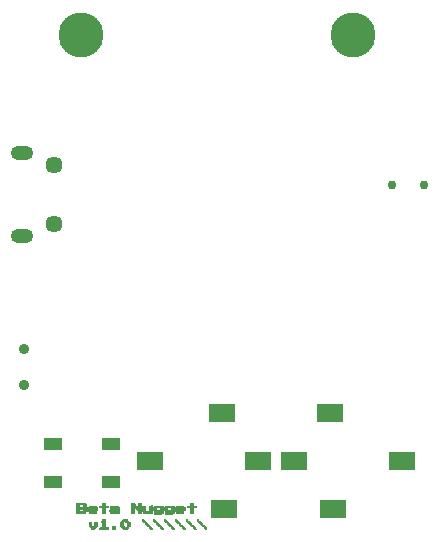
<source format=gts>
G04 #@! TF.GenerationSoftware,KiCad,Pcbnew,5.1.10-88a1d61d58~90~ubuntu20.04.1*
G04 #@! TF.CreationDate,2021-12-07T21:06:44-07:00*
G04 #@! TF.ProjectId,v1.0-Beta-WiFi-Nugget,76312e30-2d42-4657-9461-2d576946692d,rev?*
G04 #@! TF.SameCoordinates,Original*
G04 #@! TF.FileFunction,Soldermask,Top*
G04 #@! TF.FilePolarity,Negative*
%FSLAX46Y46*%
G04 Gerber Fmt 4.6, Leading zero omitted, Abs format (unit mm)*
G04 Created by KiCad (PCBNEW 5.1.10-88a1d61d58~90~ubuntu20.04.1) date 2021-12-07 21:06:44*
%MOMM*%
%LPD*%
G01*
G04 APERTURE LIST*
%ADD10C,0.010000*%
%ADD11R,1.500000X1.000000*%
%ADD12R,2.180000X1.600000*%
%ADD13C,3.800000*%
%ADD14O,1.900000X1.200000*%
%ADD15C,1.450000*%
%ADD16C,0.750000*%
%ADD17C,0.900000*%
G04 APERTURE END LIST*
D10*
G36*
X-10181166Y-20911610D02*
G01*
X-10181582Y-21002090D01*
X-10184325Y-21058360D01*
X-10191639Y-21088545D01*
X-10205769Y-21100769D01*
X-10228958Y-21103155D01*
X-10234083Y-21103167D01*
X-10274364Y-21111909D01*
X-10286776Y-21146331D01*
X-10287000Y-21156083D01*
X-10293834Y-21193901D01*
X-10322886Y-21207736D01*
X-10350500Y-21209000D01*
X-10395477Y-21214245D01*
X-10412054Y-21238985D01*
X-10414000Y-21272500D01*
X-10415955Y-21308802D01*
X-10428766Y-21327697D01*
X-10462853Y-21334868D01*
X-10528636Y-21336000D01*
X-10530416Y-21336000D01*
X-10596970Y-21334934D01*
X-10631611Y-21327946D01*
X-10644758Y-21309353D01*
X-10646833Y-21273471D01*
X-10646833Y-21272500D01*
X-10652078Y-21227523D01*
X-10676818Y-21210945D01*
X-10710333Y-21209000D01*
X-10755715Y-21203305D01*
X-10772317Y-21179095D01*
X-10773833Y-21156083D01*
X-10782576Y-21115803D01*
X-10816998Y-21103390D01*
X-10826750Y-21103167D01*
X-10851800Y-21101650D01*
X-10867353Y-21091668D01*
X-10875673Y-21065076D01*
X-10879022Y-21013726D01*
X-10879664Y-20929472D01*
X-10879666Y-20912667D01*
X-10879666Y-20722167D01*
X-10646833Y-20722167D01*
X-10646833Y-21082000D01*
X-10436879Y-21082000D01*
X-10424583Y-20732750D01*
X-10302875Y-20726402D01*
X-10181166Y-20720054D01*
X-10181166Y-20911610D01*
G37*
X-10181166Y-20911610D02*
X-10181582Y-21002090D01*
X-10184325Y-21058360D01*
X-10191639Y-21088545D01*
X-10205769Y-21100769D01*
X-10228958Y-21103155D01*
X-10234083Y-21103167D01*
X-10274364Y-21111909D01*
X-10286776Y-21146331D01*
X-10287000Y-21156083D01*
X-10293834Y-21193901D01*
X-10322886Y-21207736D01*
X-10350500Y-21209000D01*
X-10395477Y-21214245D01*
X-10412054Y-21238985D01*
X-10414000Y-21272500D01*
X-10415955Y-21308802D01*
X-10428766Y-21327697D01*
X-10462853Y-21334868D01*
X-10528636Y-21336000D01*
X-10530416Y-21336000D01*
X-10596970Y-21334934D01*
X-10631611Y-21327946D01*
X-10644758Y-21309353D01*
X-10646833Y-21273471D01*
X-10646833Y-21272500D01*
X-10652078Y-21227523D01*
X-10676818Y-21210945D01*
X-10710333Y-21209000D01*
X-10755715Y-21203305D01*
X-10772317Y-21179095D01*
X-10773833Y-21156083D01*
X-10782576Y-21115803D01*
X-10816998Y-21103390D01*
X-10826750Y-21103167D01*
X-10851800Y-21101650D01*
X-10867353Y-21091668D01*
X-10875673Y-21065076D01*
X-10879022Y-21013726D01*
X-10879664Y-20929472D01*
X-10879666Y-20912667D01*
X-10879666Y-20722167D01*
X-10646833Y-20722167D01*
X-10646833Y-21082000D01*
X-10436879Y-21082000D01*
X-10424583Y-20732750D01*
X-10302875Y-20726402D01*
X-10181166Y-20720054D01*
X-10181166Y-20911610D01*
G36*
X-9482666Y-21187833D02*
G01*
X-9249833Y-21187833D01*
X-9249833Y-21336000D01*
X-9972182Y-21336000D01*
X-9965549Y-21267208D01*
X-9959359Y-21227049D01*
X-9943287Y-21205833D01*
X-9906028Y-21196342D01*
X-9847791Y-21192019D01*
X-9736666Y-21185621D01*
X-9736666Y-20743333D01*
X-9789583Y-20743333D01*
X-9827401Y-20736499D01*
X-9841236Y-20707447D01*
X-9842500Y-20679833D01*
X-9836718Y-20634363D01*
X-9812519Y-20617766D01*
X-9790989Y-20616333D01*
X-9751152Y-20606600D01*
X-9734372Y-20569559D01*
X-9732781Y-20558125D01*
X-9726038Y-20525137D01*
X-9708349Y-20506921D01*
X-9668969Y-20498075D01*
X-9604375Y-20493569D01*
X-9482666Y-20487221D01*
X-9482666Y-21187833D01*
G37*
X-9482666Y-21187833D02*
X-9249833Y-21187833D01*
X-9249833Y-21336000D01*
X-9972182Y-21336000D01*
X-9965549Y-21267208D01*
X-9959359Y-21227049D01*
X-9943287Y-21205833D01*
X-9906028Y-21196342D01*
X-9847791Y-21192019D01*
X-9736666Y-21185621D01*
X-9736666Y-20743333D01*
X-9789583Y-20743333D01*
X-9827401Y-20736499D01*
X-9841236Y-20707447D01*
X-9842500Y-20679833D01*
X-9836718Y-20634363D01*
X-9812519Y-20617766D01*
X-9790989Y-20616333D01*
X-9751152Y-20606600D01*
X-9734372Y-20569559D01*
X-9732781Y-20558125D01*
X-9726038Y-20525137D01*
X-9708349Y-20506921D01*
X-9668969Y-20498075D01*
X-9604375Y-20493569D01*
X-9482666Y-20487221D01*
X-9482666Y-21187833D01*
G36*
X-8657166Y-21336000D02*
G01*
X-8911166Y-21336000D01*
X-8911166Y-21082000D01*
X-8657166Y-21082000D01*
X-8657166Y-21336000D01*
G37*
X-8657166Y-21336000D02*
X-8911166Y-21336000D01*
X-8911166Y-21082000D01*
X-8657166Y-21082000D01*
X-8657166Y-21336000D01*
G36*
X-7623886Y-20558125D02*
G01*
X-7610238Y-20601876D01*
X-7575832Y-20616022D01*
X-7565677Y-20616333D01*
X-7526367Y-20625418D01*
X-7514340Y-20660669D01*
X-7514166Y-20669250D01*
X-7507332Y-20707068D01*
X-7478280Y-20720903D01*
X-7450666Y-20722167D01*
X-7387166Y-20722167D01*
X-7387166Y-21103167D01*
X-7450666Y-21103167D01*
X-7496048Y-21108862D01*
X-7512650Y-21133072D01*
X-7514166Y-21156083D01*
X-7522909Y-21196364D01*
X-7557331Y-21208776D01*
X-7567083Y-21209000D01*
X-7604901Y-21215834D01*
X-7618736Y-21244886D01*
X-7620000Y-21272500D01*
X-7620000Y-21336000D01*
X-8001000Y-21336000D01*
X-8001000Y-21272500D01*
X-8006695Y-21227118D01*
X-8030905Y-21210516D01*
X-8053916Y-21209000D01*
X-8094299Y-21200157D01*
X-8106655Y-21165842D01*
X-8106833Y-21157489D01*
X-8116567Y-21117652D01*
X-8153607Y-21100872D01*
X-8165041Y-21099281D01*
X-8223250Y-21092583D01*
X-8223250Y-20732750D01*
X-8165041Y-20726052D01*
X-8121290Y-20712405D01*
X-8107145Y-20677999D01*
X-8106833Y-20667844D01*
X-8099642Y-20637500D01*
X-7979833Y-20637500D01*
X-7979833Y-21082000D01*
X-7916333Y-21082000D01*
X-7870951Y-21087695D01*
X-7854350Y-21111905D01*
X-7852833Y-21134917D01*
X-7849402Y-21166322D01*
X-7831891Y-21181989D01*
X-7789473Y-21187332D01*
X-7747000Y-21187833D01*
X-7641166Y-21187833D01*
X-7641166Y-20743333D01*
X-7704666Y-20743333D01*
X-7750048Y-20737638D01*
X-7766650Y-20713428D01*
X-7768166Y-20690417D01*
X-7771598Y-20659011D01*
X-7789109Y-20643344D01*
X-7831526Y-20638001D01*
X-7874000Y-20637500D01*
X-7979833Y-20637500D01*
X-8099642Y-20637500D01*
X-8097433Y-20628182D01*
X-8061418Y-20616426D01*
X-8055322Y-20616333D01*
X-8015485Y-20606600D01*
X-7998705Y-20569559D01*
X-7997114Y-20558125D01*
X-7990416Y-20499917D01*
X-7630583Y-20499917D01*
X-7623886Y-20558125D01*
G37*
X-7623886Y-20558125D02*
X-7610238Y-20601876D01*
X-7575832Y-20616022D01*
X-7565677Y-20616333D01*
X-7526367Y-20625418D01*
X-7514340Y-20660669D01*
X-7514166Y-20669250D01*
X-7507332Y-20707068D01*
X-7478280Y-20720903D01*
X-7450666Y-20722167D01*
X-7387166Y-20722167D01*
X-7387166Y-21103167D01*
X-7450666Y-21103167D01*
X-7496048Y-21108862D01*
X-7512650Y-21133072D01*
X-7514166Y-21156083D01*
X-7522909Y-21196364D01*
X-7557331Y-21208776D01*
X-7567083Y-21209000D01*
X-7604901Y-21215834D01*
X-7618736Y-21244886D01*
X-7620000Y-21272500D01*
X-7620000Y-21336000D01*
X-8001000Y-21336000D01*
X-8001000Y-21272500D01*
X-8006695Y-21227118D01*
X-8030905Y-21210516D01*
X-8053916Y-21209000D01*
X-8094299Y-21200157D01*
X-8106655Y-21165842D01*
X-8106833Y-21157489D01*
X-8116567Y-21117652D01*
X-8153607Y-21100872D01*
X-8165041Y-21099281D01*
X-8223250Y-21092583D01*
X-8223250Y-20732750D01*
X-8165041Y-20726052D01*
X-8121290Y-20712405D01*
X-8107145Y-20677999D01*
X-8106833Y-20667844D01*
X-8099642Y-20637500D01*
X-7979833Y-20637500D01*
X-7979833Y-21082000D01*
X-7916333Y-21082000D01*
X-7870951Y-21087695D01*
X-7854350Y-21111905D01*
X-7852833Y-21134917D01*
X-7849402Y-21166322D01*
X-7831891Y-21181989D01*
X-7789473Y-21187332D01*
X-7747000Y-21187833D01*
X-7641166Y-21187833D01*
X-7641166Y-20743333D01*
X-7704666Y-20743333D01*
X-7750048Y-20737638D01*
X-7766650Y-20713428D01*
X-7768166Y-20690417D01*
X-7771598Y-20659011D01*
X-7789109Y-20643344D01*
X-7831526Y-20638001D01*
X-7874000Y-20637500D01*
X-7979833Y-20637500D01*
X-8099642Y-20637500D01*
X-8097433Y-20628182D01*
X-8061418Y-20616426D01*
X-8055322Y-20616333D01*
X-8015485Y-20606600D01*
X-7998705Y-20569559D01*
X-7997114Y-20558125D01*
X-7990416Y-20499917D01*
X-7630583Y-20499917D01*
X-7623886Y-20558125D01*
G36*
X-6302375Y-20493284D02*
G01*
X-6252999Y-20504338D01*
X-6231631Y-20532412D01*
X-6226886Y-20558125D01*
X-6213238Y-20601876D01*
X-6178832Y-20616022D01*
X-6168677Y-20616333D01*
X-6129016Y-20625733D01*
X-6117259Y-20661748D01*
X-6117166Y-20667844D01*
X-6107433Y-20707681D01*
X-6070393Y-20724461D01*
X-6058958Y-20726052D01*
X-6013623Y-20741212D01*
X-5995383Y-20781252D01*
X-5994052Y-20790958D01*
X-5980405Y-20834709D01*
X-5945999Y-20848855D01*
X-5935844Y-20849167D01*
X-5896534Y-20858251D01*
X-5884506Y-20893502D01*
X-5884333Y-20902083D01*
X-5875591Y-20942364D01*
X-5841168Y-20954776D01*
X-5831416Y-20955000D01*
X-5793598Y-20961834D01*
X-5779764Y-20990886D01*
X-5778500Y-21018500D01*
X-5773255Y-21063477D01*
X-5748515Y-21080054D01*
X-5715000Y-21082000D01*
X-5669618Y-21087695D01*
X-5653016Y-21111905D01*
X-5651500Y-21134917D01*
X-5642757Y-21175197D01*
X-5608335Y-21187610D01*
X-5598583Y-21187833D01*
X-5562798Y-21193368D01*
X-5548148Y-21218276D01*
X-5545666Y-21261917D01*
X-5549206Y-21311690D01*
X-5567161Y-21332105D01*
X-5609166Y-21336000D01*
X-5654144Y-21330755D01*
X-5670721Y-21306015D01*
X-5672666Y-21272500D01*
X-5677911Y-21227523D01*
X-5702651Y-21210945D01*
X-5736166Y-21209000D01*
X-5781548Y-21203305D01*
X-5798150Y-21179095D01*
X-5799666Y-21156083D01*
X-5808409Y-21115803D01*
X-5842831Y-21103390D01*
X-5852583Y-21103167D01*
X-5890401Y-21096332D01*
X-5904236Y-21067280D01*
X-5905500Y-21039667D01*
X-5911195Y-20994285D01*
X-5935405Y-20977683D01*
X-5958416Y-20976167D01*
X-5998697Y-20967424D01*
X-6011110Y-20933002D01*
X-6011333Y-20923250D01*
X-6018168Y-20885432D01*
X-6047220Y-20871597D01*
X-6074833Y-20870333D01*
X-6119810Y-20865088D01*
X-6136388Y-20840348D01*
X-6138333Y-20806833D01*
X-6144028Y-20761451D01*
X-6168238Y-20744850D01*
X-6191250Y-20743333D01*
X-6231530Y-20734591D01*
X-6243943Y-20700168D01*
X-6244166Y-20690417D01*
X-6251001Y-20652598D01*
X-6280053Y-20638764D01*
X-6307666Y-20637500D01*
X-6350065Y-20633485D01*
X-6367654Y-20612941D01*
X-6371166Y-20563124D01*
X-6371166Y-20562075D01*
X-6368363Y-20512171D01*
X-6352159Y-20492873D01*
X-6310861Y-20492490D01*
X-6302375Y-20493284D01*
G37*
X-6302375Y-20493284D02*
X-6252999Y-20504338D01*
X-6231631Y-20532412D01*
X-6226886Y-20558125D01*
X-6213238Y-20601876D01*
X-6178832Y-20616022D01*
X-6168677Y-20616333D01*
X-6129016Y-20625733D01*
X-6117259Y-20661748D01*
X-6117166Y-20667844D01*
X-6107433Y-20707681D01*
X-6070393Y-20724461D01*
X-6058958Y-20726052D01*
X-6013623Y-20741212D01*
X-5995383Y-20781252D01*
X-5994052Y-20790958D01*
X-5980405Y-20834709D01*
X-5945999Y-20848855D01*
X-5935844Y-20849167D01*
X-5896534Y-20858251D01*
X-5884506Y-20893502D01*
X-5884333Y-20902083D01*
X-5875591Y-20942364D01*
X-5841168Y-20954776D01*
X-5831416Y-20955000D01*
X-5793598Y-20961834D01*
X-5779764Y-20990886D01*
X-5778500Y-21018500D01*
X-5773255Y-21063477D01*
X-5748515Y-21080054D01*
X-5715000Y-21082000D01*
X-5669618Y-21087695D01*
X-5653016Y-21111905D01*
X-5651500Y-21134917D01*
X-5642757Y-21175197D01*
X-5608335Y-21187610D01*
X-5598583Y-21187833D01*
X-5562798Y-21193368D01*
X-5548148Y-21218276D01*
X-5545666Y-21261917D01*
X-5549206Y-21311690D01*
X-5567161Y-21332105D01*
X-5609166Y-21336000D01*
X-5654144Y-21330755D01*
X-5670721Y-21306015D01*
X-5672666Y-21272500D01*
X-5677911Y-21227523D01*
X-5702651Y-21210945D01*
X-5736166Y-21209000D01*
X-5781548Y-21203305D01*
X-5798150Y-21179095D01*
X-5799666Y-21156083D01*
X-5808409Y-21115803D01*
X-5842831Y-21103390D01*
X-5852583Y-21103167D01*
X-5890401Y-21096332D01*
X-5904236Y-21067280D01*
X-5905500Y-21039667D01*
X-5911195Y-20994285D01*
X-5935405Y-20977683D01*
X-5958416Y-20976167D01*
X-5998697Y-20967424D01*
X-6011110Y-20933002D01*
X-6011333Y-20923250D01*
X-6018168Y-20885432D01*
X-6047220Y-20871597D01*
X-6074833Y-20870333D01*
X-6119810Y-20865088D01*
X-6136388Y-20840348D01*
X-6138333Y-20806833D01*
X-6144028Y-20761451D01*
X-6168238Y-20744850D01*
X-6191250Y-20743333D01*
X-6231530Y-20734591D01*
X-6243943Y-20700168D01*
X-6244166Y-20690417D01*
X-6251001Y-20652598D01*
X-6280053Y-20638764D01*
X-6307666Y-20637500D01*
X-6350065Y-20633485D01*
X-6367654Y-20612941D01*
X-6371166Y-20563124D01*
X-6371166Y-20562075D01*
X-6368363Y-20512171D01*
X-6352159Y-20492873D01*
X-6310861Y-20492490D01*
X-6302375Y-20493284D01*
G36*
X-5331356Y-20494578D02*
G01*
X-5314779Y-20519318D01*
X-5312833Y-20552833D01*
X-5307588Y-20597810D01*
X-5282848Y-20614388D01*
X-5249333Y-20616333D01*
X-5203951Y-20622028D01*
X-5187350Y-20646238D01*
X-5185833Y-20669250D01*
X-5177091Y-20709530D01*
X-5142668Y-20721943D01*
X-5132916Y-20722167D01*
X-5095098Y-20729001D01*
X-5081264Y-20758053D01*
X-5080000Y-20785667D01*
X-5074755Y-20830644D01*
X-5050015Y-20847221D01*
X-5016500Y-20849167D01*
X-4971118Y-20854862D01*
X-4954516Y-20879072D01*
X-4953000Y-20902083D01*
X-4944257Y-20942364D01*
X-4909835Y-20954776D01*
X-4900083Y-20955000D01*
X-4862265Y-20961834D01*
X-4848430Y-20990886D01*
X-4847166Y-21018500D01*
X-4841922Y-21063477D01*
X-4817182Y-21080054D01*
X-4783666Y-21082000D01*
X-4738285Y-21087695D01*
X-4721683Y-21111905D01*
X-4720166Y-21134917D01*
X-4711424Y-21175197D01*
X-4677002Y-21187610D01*
X-4667250Y-21187833D01*
X-4631464Y-21193368D01*
X-4616815Y-21218276D01*
X-4614333Y-21261917D01*
X-4617873Y-21311690D01*
X-4635828Y-21332105D01*
X-4677833Y-21336000D01*
X-4722810Y-21330755D01*
X-4739388Y-21306015D01*
X-4741333Y-21272500D01*
X-4746578Y-21227523D01*
X-4771318Y-21210945D01*
X-4804833Y-21209000D01*
X-4850215Y-21203305D01*
X-4866817Y-21179095D01*
X-4868333Y-21156083D01*
X-4877076Y-21115803D01*
X-4911498Y-21103390D01*
X-4921250Y-21103167D01*
X-4959068Y-21096332D01*
X-4972903Y-21067280D01*
X-4974166Y-21039667D01*
X-4979411Y-20994689D01*
X-5004151Y-20978112D01*
X-5037666Y-20976167D01*
X-5083048Y-20970471D01*
X-5099650Y-20946261D01*
X-5101166Y-20923250D01*
X-5109909Y-20882969D01*
X-5144331Y-20870557D01*
X-5154083Y-20870333D01*
X-5191901Y-20863499D01*
X-5205736Y-20834447D01*
X-5207000Y-20806833D01*
X-5212245Y-20761856D01*
X-5236985Y-20745279D01*
X-5270500Y-20743333D01*
X-5315882Y-20737638D01*
X-5332483Y-20713428D01*
X-5334000Y-20690417D01*
X-5342742Y-20650136D01*
X-5377165Y-20637723D01*
X-5386916Y-20637500D01*
X-5422702Y-20631965D01*
X-5437352Y-20607057D01*
X-5439833Y-20563417D01*
X-5436293Y-20513643D01*
X-5418338Y-20493228D01*
X-5376333Y-20489333D01*
X-5331356Y-20494578D01*
G37*
X-5331356Y-20494578D02*
X-5314779Y-20519318D01*
X-5312833Y-20552833D01*
X-5307588Y-20597810D01*
X-5282848Y-20614388D01*
X-5249333Y-20616333D01*
X-5203951Y-20622028D01*
X-5187350Y-20646238D01*
X-5185833Y-20669250D01*
X-5177091Y-20709530D01*
X-5142668Y-20721943D01*
X-5132916Y-20722167D01*
X-5095098Y-20729001D01*
X-5081264Y-20758053D01*
X-5080000Y-20785667D01*
X-5074755Y-20830644D01*
X-5050015Y-20847221D01*
X-5016500Y-20849167D01*
X-4971118Y-20854862D01*
X-4954516Y-20879072D01*
X-4953000Y-20902083D01*
X-4944257Y-20942364D01*
X-4909835Y-20954776D01*
X-4900083Y-20955000D01*
X-4862265Y-20961834D01*
X-4848430Y-20990886D01*
X-4847166Y-21018500D01*
X-4841922Y-21063477D01*
X-4817182Y-21080054D01*
X-4783666Y-21082000D01*
X-4738285Y-21087695D01*
X-4721683Y-21111905D01*
X-4720166Y-21134917D01*
X-4711424Y-21175197D01*
X-4677002Y-21187610D01*
X-4667250Y-21187833D01*
X-4631464Y-21193368D01*
X-4616815Y-21218276D01*
X-4614333Y-21261917D01*
X-4617873Y-21311690D01*
X-4635828Y-21332105D01*
X-4677833Y-21336000D01*
X-4722810Y-21330755D01*
X-4739388Y-21306015D01*
X-4741333Y-21272500D01*
X-4746578Y-21227523D01*
X-4771318Y-21210945D01*
X-4804833Y-21209000D01*
X-4850215Y-21203305D01*
X-4866817Y-21179095D01*
X-4868333Y-21156083D01*
X-4877076Y-21115803D01*
X-4911498Y-21103390D01*
X-4921250Y-21103167D01*
X-4959068Y-21096332D01*
X-4972903Y-21067280D01*
X-4974166Y-21039667D01*
X-4979411Y-20994689D01*
X-5004151Y-20978112D01*
X-5037666Y-20976167D01*
X-5083048Y-20970471D01*
X-5099650Y-20946261D01*
X-5101166Y-20923250D01*
X-5109909Y-20882969D01*
X-5144331Y-20870557D01*
X-5154083Y-20870333D01*
X-5191901Y-20863499D01*
X-5205736Y-20834447D01*
X-5207000Y-20806833D01*
X-5212245Y-20761856D01*
X-5236985Y-20745279D01*
X-5270500Y-20743333D01*
X-5315882Y-20737638D01*
X-5332483Y-20713428D01*
X-5334000Y-20690417D01*
X-5342742Y-20650136D01*
X-5377165Y-20637723D01*
X-5386916Y-20637500D01*
X-5422702Y-20631965D01*
X-5437352Y-20607057D01*
X-5439833Y-20563417D01*
X-5436293Y-20513643D01*
X-5418338Y-20493228D01*
X-5376333Y-20489333D01*
X-5331356Y-20494578D01*
G36*
X-4400023Y-20494578D02*
G01*
X-4383445Y-20519318D01*
X-4381500Y-20552833D01*
X-4376255Y-20597810D01*
X-4351515Y-20614388D01*
X-4318000Y-20616333D01*
X-4272618Y-20622028D01*
X-4256016Y-20646238D01*
X-4254500Y-20669250D01*
X-4245757Y-20709530D01*
X-4211335Y-20721943D01*
X-4201583Y-20722167D01*
X-4163765Y-20729001D01*
X-4149930Y-20758053D01*
X-4148666Y-20785667D01*
X-4143422Y-20830644D01*
X-4118682Y-20847221D01*
X-4085166Y-20849167D01*
X-4039785Y-20854862D01*
X-4023183Y-20879072D01*
X-4021666Y-20902083D01*
X-4012924Y-20942364D01*
X-3978502Y-20954776D01*
X-3968750Y-20955000D01*
X-3930932Y-20961834D01*
X-3917097Y-20990886D01*
X-3915833Y-21018500D01*
X-3910588Y-21063477D01*
X-3885848Y-21080054D01*
X-3852333Y-21082000D01*
X-3806951Y-21087695D01*
X-3790350Y-21111905D01*
X-3788833Y-21134917D01*
X-3780091Y-21175197D01*
X-3745668Y-21187610D01*
X-3735916Y-21187833D01*
X-3700131Y-21193368D01*
X-3685481Y-21218276D01*
X-3683000Y-21261917D01*
X-3686540Y-21311690D01*
X-3704495Y-21332105D01*
X-3746500Y-21336000D01*
X-3791477Y-21330755D01*
X-3808054Y-21306015D01*
X-3810000Y-21272500D01*
X-3815245Y-21227523D01*
X-3839985Y-21210945D01*
X-3873500Y-21209000D01*
X-3918882Y-21203305D01*
X-3935483Y-21179095D01*
X-3937000Y-21156083D01*
X-3945742Y-21115803D01*
X-3980165Y-21103390D01*
X-3989916Y-21103167D01*
X-4027735Y-21096332D01*
X-4041569Y-21067280D01*
X-4042833Y-21039667D01*
X-4048078Y-20994689D01*
X-4072818Y-20978112D01*
X-4106333Y-20976167D01*
X-4151715Y-20970471D01*
X-4168317Y-20946261D01*
X-4169833Y-20923250D01*
X-4178576Y-20882969D01*
X-4212998Y-20870557D01*
X-4222750Y-20870333D01*
X-4260568Y-20863499D01*
X-4274403Y-20834447D01*
X-4275666Y-20806833D01*
X-4280911Y-20761856D01*
X-4305651Y-20745279D01*
X-4339166Y-20743333D01*
X-4384548Y-20737638D01*
X-4401150Y-20713428D01*
X-4402666Y-20690417D01*
X-4411409Y-20650136D01*
X-4445831Y-20637723D01*
X-4455583Y-20637500D01*
X-4491369Y-20631965D01*
X-4506018Y-20607057D01*
X-4508500Y-20563417D01*
X-4504960Y-20513643D01*
X-4487005Y-20493228D01*
X-4445000Y-20489333D01*
X-4400023Y-20494578D01*
G37*
X-4400023Y-20494578D02*
X-4383445Y-20519318D01*
X-4381500Y-20552833D01*
X-4376255Y-20597810D01*
X-4351515Y-20614388D01*
X-4318000Y-20616333D01*
X-4272618Y-20622028D01*
X-4256016Y-20646238D01*
X-4254500Y-20669250D01*
X-4245757Y-20709530D01*
X-4211335Y-20721943D01*
X-4201583Y-20722167D01*
X-4163765Y-20729001D01*
X-4149930Y-20758053D01*
X-4148666Y-20785667D01*
X-4143422Y-20830644D01*
X-4118682Y-20847221D01*
X-4085166Y-20849167D01*
X-4039785Y-20854862D01*
X-4023183Y-20879072D01*
X-4021666Y-20902083D01*
X-4012924Y-20942364D01*
X-3978502Y-20954776D01*
X-3968750Y-20955000D01*
X-3930932Y-20961834D01*
X-3917097Y-20990886D01*
X-3915833Y-21018500D01*
X-3910588Y-21063477D01*
X-3885848Y-21080054D01*
X-3852333Y-21082000D01*
X-3806951Y-21087695D01*
X-3790350Y-21111905D01*
X-3788833Y-21134917D01*
X-3780091Y-21175197D01*
X-3745668Y-21187610D01*
X-3735916Y-21187833D01*
X-3700131Y-21193368D01*
X-3685481Y-21218276D01*
X-3683000Y-21261917D01*
X-3686540Y-21311690D01*
X-3704495Y-21332105D01*
X-3746500Y-21336000D01*
X-3791477Y-21330755D01*
X-3808054Y-21306015D01*
X-3810000Y-21272500D01*
X-3815245Y-21227523D01*
X-3839985Y-21210945D01*
X-3873500Y-21209000D01*
X-3918882Y-21203305D01*
X-3935483Y-21179095D01*
X-3937000Y-21156083D01*
X-3945742Y-21115803D01*
X-3980165Y-21103390D01*
X-3989916Y-21103167D01*
X-4027735Y-21096332D01*
X-4041569Y-21067280D01*
X-4042833Y-21039667D01*
X-4048078Y-20994689D01*
X-4072818Y-20978112D01*
X-4106333Y-20976167D01*
X-4151715Y-20970471D01*
X-4168317Y-20946261D01*
X-4169833Y-20923250D01*
X-4178576Y-20882969D01*
X-4212998Y-20870557D01*
X-4222750Y-20870333D01*
X-4260568Y-20863499D01*
X-4274403Y-20834447D01*
X-4275666Y-20806833D01*
X-4280911Y-20761856D01*
X-4305651Y-20745279D01*
X-4339166Y-20743333D01*
X-4384548Y-20737638D01*
X-4401150Y-20713428D01*
X-4402666Y-20690417D01*
X-4411409Y-20650136D01*
X-4445831Y-20637723D01*
X-4455583Y-20637500D01*
X-4491369Y-20631965D01*
X-4506018Y-20607057D01*
X-4508500Y-20563417D01*
X-4504960Y-20513643D01*
X-4487005Y-20493228D01*
X-4445000Y-20489333D01*
X-4400023Y-20494578D01*
G36*
X-3468689Y-20494578D02*
G01*
X-3452112Y-20519318D01*
X-3450166Y-20552833D01*
X-3444471Y-20598215D01*
X-3420261Y-20614817D01*
X-3397250Y-20616333D01*
X-3356969Y-20625076D01*
X-3344557Y-20659498D01*
X-3344333Y-20669250D01*
X-3337499Y-20707068D01*
X-3308447Y-20720903D01*
X-3280833Y-20722167D01*
X-3235856Y-20727411D01*
X-3219279Y-20752151D01*
X-3217333Y-20785667D01*
X-3211638Y-20831048D01*
X-3187428Y-20847650D01*
X-3164416Y-20849167D01*
X-3124136Y-20857909D01*
X-3111723Y-20892331D01*
X-3111500Y-20902083D01*
X-3104665Y-20939901D01*
X-3075613Y-20953736D01*
X-3048000Y-20955000D01*
X-3003023Y-20960245D01*
X-2986445Y-20984985D01*
X-2984500Y-21018500D01*
X-2978805Y-21063882D01*
X-2954595Y-21080483D01*
X-2931583Y-21082000D01*
X-2891303Y-21090742D01*
X-2878890Y-21125165D01*
X-2878666Y-21134917D01*
X-2871832Y-21172735D01*
X-2842780Y-21186569D01*
X-2815166Y-21187833D01*
X-2772503Y-21191963D01*
X-2755005Y-21212911D01*
X-2751666Y-21261917D01*
X-2754943Y-21311569D01*
X-2773430Y-21331933D01*
X-2820111Y-21335991D01*
X-2825750Y-21336000D01*
X-2875524Y-21332460D01*
X-2895939Y-21314505D01*
X-2899833Y-21272500D01*
X-2905528Y-21227118D01*
X-2929738Y-21210516D01*
X-2952750Y-21209000D01*
X-2993030Y-21200257D01*
X-3005443Y-21165835D01*
X-3005666Y-21156083D01*
X-3012501Y-21118265D01*
X-3041553Y-21104430D01*
X-3069166Y-21103167D01*
X-3114144Y-21097922D01*
X-3130721Y-21073182D01*
X-3132666Y-21039667D01*
X-3138362Y-20994285D01*
X-3162572Y-20977683D01*
X-3185583Y-20976167D01*
X-3225966Y-20967323D01*
X-3238322Y-20933009D01*
X-3238500Y-20924656D01*
X-3248233Y-20884819D01*
X-3285274Y-20868039D01*
X-3296708Y-20866447D01*
X-3342043Y-20851288D01*
X-3360283Y-20811248D01*
X-3361614Y-20801542D01*
X-3375262Y-20757790D01*
X-3409668Y-20743645D01*
X-3419822Y-20743333D01*
X-3459132Y-20734249D01*
X-3471160Y-20698998D01*
X-3471333Y-20690417D01*
X-3480076Y-20650136D01*
X-3514498Y-20637723D01*
X-3524250Y-20637500D01*
X-3560035Y-20631965D01*
X-3574685Y-20607057D01*
X-3577166Y-20563417D01*
X-3573627Y-20513643D01*
X-3555672Y-20493228D01*
X-3513666Y-20489333D01*
X-3468689Y-20494578D01*
G37*
X-3468689Y-20494578D02*
X-3452112Y-20519318D01*
X-3450166Y-20552833D01*
X-3444471Y-20598215D01*
X-3420261Y-20614817D01*
X-3397250Y-20616333D01*
X-3356969Y-20625076D01*
X-3344557Y-20659498D01*
X-3344333Y-20669250D01*
X-3337499Y-20707068D01*
X-3308447Y-20720903D01*
X-3280833Y-20722167D01*
X-3235856Y-20727411D01*
X-3219279Y-20752151D01*
X-3217333Y-20785667D01*
X-3211638Y-20831048D01*
X-3187428Y-20847650D01*
X-3164416Y-20849167D01*
X-3124136Y-20857909D01*
X-3111723Y-20892331D01*
X-3111500Y-20902083D01*
X-3104665Y-20939901D01*
X-3075613Y-20953736D01*
X-3048000Y-20955000D01*
X-3003023Y-20960245D01*
X-2986445Y-20984985D01*
X-2984500Y-21018500D01*
X-2978805Y-21063882D01*
X-2954595Y-21080483D01*
X-2931583Y-21082000D01*
X-2891303Y-21090742D01*
X-2878890Y-21125165D01*
X-2878666Y-21134917D01*
X-2871832Y-21172735D01*
X-2842780Y-21186569D01*
X-2815166Y-21187833D01*
X-2772503Y-21191963D01*
X-2755005Y-21212911D01*
X-2751666Y-21261917D01*
X-2754943Y-21311569D01*
X-2773430Y-21331933D01*
X-2820111Y-21335991D01*
X-2825750Y-21336000D01*
X-2875524Y-21332460D01*
X-2895939Y-21314505D01*
X-2899833Y-21272500D01*
X-2905528Y-21227118D01*
X-2929738Y-21210516D01*
X-2952750Y-21209000D01*
X-2993030Y-21200257D01*
X-3005443Y-21165835D01*
X-3005666Y-21156083D01*
X-3012501Y-21118265D01*
X-3041553Y-21104430D01*
X-3069166Y-21103167D01*
X-3114144Y-21097922D01*
X-3130721Y-21073182D01*
X-3132666Y-21039667D01*
X-3138362Y-20994285D01*
X-3162572Y-20977683D01*
X-3185583Y-20976167D01*
X-3225966Y-20967323D01*
X-3238322Y-20933009D01*
X-3238500Y-20924656D01*
X-3248233Y-20884819D01*
X-3285274Y-20868039D01*
X-3296708Y-20866447D01*
X-3342043Y-20851288D01*
X-3360283Y-20811248D01*
X-3361614Y-20801542D01*
X-3375262Y-20757790D01*
X-3409668Y-20743645D01*
X-3419822Y-20743333D01*
X-3459132Y-20734249D01*
X-3471160Y-20698998D01*
X-3471333Y-20690417D01*
X-3480076Y-20650136D01*
X-3514498Y-20637723D01*
X-3524250Y-20637500D01*
X-3560035Y-20631965D01*
X-3574685Y-20607057D01*
X-3577166Y-20563417D01*
X-3573627Y-20513643D01*
X-3555672Y-20493228D01*
X-3513666Y-20489333D01*
X-3468689Y-20494578D01*
G36*
X-2546495Y-20506374D02*
G01*
X-2526896Y-20533798D01*
X-2522719Y-20558125D01*
X-2509071Y-20601876D01*
X-2474665Y-20616022D01*
X-2464511Y-20616333D01*
X-2424849Y-20625733D01*
X-2413093Y-20661748D01*
X-2413000Y-20667844D01*
X-2403266Y-20707681D01*
X-2366226Y-20724461D01*
X-2354791Y-20726052D01*
X-2309456Y-20741212D01*
X-2291216Y-20781252D01*
X-2289886Y-20790958D01*
X-2276238Y-20834709D01*
X-2241832Y-20848855D01*
X-2231677Y-20849167D01*
X-2192016Y-20858567D01*
X-2180259Y-20894582D01*
X-2180166Y-20900677D01*
X-2170433Y-20940514D01*
X-2133393Y-20957294D01*
X-2121958Y-20958886D01*
X-2076623Y-20974045D01*
X-2058383Y-21014085D01*
X-2057052Y-21023792D01*
X-2043405Y-21067543D01*
X-2008999Y-21081688D01*
X-1998844Y-21082000D01*
X-1959182Y-21091400D01*
X-1947426Y-21127415D01*
X-1947333Y-21133511D01*
X-1937600Y-21173348D01*
X-1900559Y-21190128D01*
X-1889125Y-21191719D01*
X-1847239Y-21203976D01*
X-1828723Y-21236851D01*
X-1824284Y-21267208D01*
X-1822945Y-21312971D01*
X-1838877Y-21331997D01*
X-1883773Y-21335978D01*
X-1893075Y-21336000D01*
X-1943436Y-21332619D01*
X-1964328Y-21315324D01*
X-1968499Y-21273383D01*
X-1968500Y-21272500D01*
X-1974195Y-21227118D01*
X-1998405Y-21210516D01*
X-2021416Y-21209000D01*
X-2061697Y-21200257D01*
X-2074110Y-21165835D01*
X-2074333Y-21156083D01*
X-2081168Y-21118265D01*
X-2110220Y-21104430D01*
X-2137833Y-21103167D01*
X-2182810Y-21097922D01*
X-2199388Y-21073182D01*
X-2201333Y-21039667D01*
X-2207028Y-20994285D01*
X-2231238Y-20977683D01*
X-2254250Y-20976167D01*
X-2294530Y-20967424D01*
X-2306943Y-20933002D01*
X-2307166Y-20923250D01*
X-2314001Y-20885432D01*
X-2343053Y-20871597D01*
X-2370666Y-20870333D01*
X-2415644Y-20865088D01*
X-2432221Y-20840348D01*
X-2434166Y-20806833D01*
X-2439862Y-20761451D01*
X-2464072Y-20744850D01*
X-2487083Y-20743333D01*
X-2527364Y-20734591D01*
X-2539776Y-20700168D01*
X-2540000Y-20690417D01*
X-2546641Y-20652878D01*
X-2575099Y-20638916D01*
X-2604841Y-20637500D01*
X-2648887Y-20633654D01*
X-2664410Y-20613352D01*
X-2663049Y-20568708D01*
X-2653504Y-20521036D01*
X-2628800Y-20502538D01*
X-2592916Y-20499917D01*
X-2546495Y-20506374D01*
G37*
X-2546495Y-20506374D02*
X-2526896Y-20533798D01*
X-2522719Y-20558125D01*
X-2509071Y-20601876D01*
X-2474665Y-20616022D01*
X-2464511Y-20616333D01*
X-2424849Y-20625733D01*
X-2413093Y-20661748D01*
X-2413000Y-20667844D01*
X-2403266Y-20707681D01*
X-2366226Y-20724461D01*
X-2354791Y-20726052D01*
X-2309456Y-20741212D01*
X-2291216Y-20781252D01*
X-2289886Y-20790958D01*
X-2276238Y-20834709D01*
X-2241832Y-20848855D01*
X-2231677Y-20849167D01*
X-2192016Y-20858567D01*
X-2180259Y-20894582D01*
X-2180166Y-20900677D01*
X-2170433Y-20940514D01*
X-2133393Y-20957294D01*
X-2121958Y-20958886D01*
X-2076623Y-20974045D01*
X-2058383Y-21014085D01*
X-2057052Y-21023792D01*
X-2043405Y-21067543D01*
X-2008999Y-21081688D01*
X-1998844Y-21082000D01*
X-1959182Y-21091400D01*
X-1947426Y-21127415D01*
X-1947333Y-21133511D01*
X-1937600Y-21173348D01*
X-1900559Y-21190128D01*
X-1889125Y-21191719D01*
X-1847239Y-21203976D01*
X-1828723Y-21236851D01*
X-1824284Y-21267208D01*
X-1822945Y-21312971D01*
X-1838877Y-21331997D01*
X-1883773Y-21335978D01*
X-1893075Y-21336000D01*
X-1943436Y-21332619D01*
X-1964328Y-21315324D01*
X-1968499Y-21273383D01*
X-1968500Y-21272500D01*
X-1974195Y-21227118D01*
X-1998405Y-21210516D01*
X-2021416Y-21209000D01*
X-2061697Y-21200257D01*
X-2074110Y-21165835D01*
X-2074333Y-21156083D01*
X-2081168Y-21118265D01*
X-2110220Y-21104430D01*
X-2137833Y-21103167D01*
X-2182810Y-21097922D01*
X-2199388Y-21073182D01*
X-2201333Y-21039667D01*
X-2207028Y-20994285D01*
X-2231238Y-20977683D01*
X-2254250Y-20976167D01*
X-2294530Y-20967424D01*
X-2306943Y-20933002D01*
X-2307166Y-20923250D01*
X-2314001Y-20885432D01*
X-2343053Y-20871597D01*
X-2370666Y-20870333D01*
X-2415644Y-20865088D01*
X-2432221Y-20840348D01*
X-2434166Y-20806833D01*
X-2439862Y-20761451D01*
X-2464072Y-20744850D01*
X-2487083Y-20743333D01*
X-2527364Y-20734591D01*
X-2539776Y-20700168D01*
X-2540000Y-20690417D01*
X-2546641Y-20652878D01*
X-2575099Y-20638916D01*
X-2604841Y-20637500D01*
X-2648887Y-20633654D01*
X-2664410Y-20613352D01*
X-2663049Y-20568708D01*
X-2653504Y-20521036D01*
X-2628800Y-20502538D01*
X-2592916Y-20499917D01*
X-2546495Y-20506374D01*
G36*
X-1615161Y-20506374D02*
G01*
X-1595562Y-20533798D01*
X-1591386Y-20558125D01*
X-1577738Y-20601876D01*
X-1543332Y-20616022D01*
X-1533177Y-20616333D01*
X-1493516Y-20625733D01*
X-1481759Y-20661748D01*
X-1481666Y-20667844D01*
X-1471933Y-20707681D01*
X-1434893Y-20724461D01*
X-1423458Y-20726052D01*
X-1378123Y-20741212D01*
X-1359883Y-20781252D01*
X-1358552Y-20790958D01*
X-1344905Y-20834709D01*
X-1310499Y-20848855D01*
X-1300344Y-20849167D01*
X-1261034Y-20858251D01*
X-1249006Y-20893502D01*
X-1248833Y-20902083D01*
X-1240091Y-20942364D01*
X-1205668Y-20954776D01*
X-1195916Y-20955000D01*
X-1158098Y-20961834D01*
X-1144264Y-20990886D01*
X-1143000Y-21018500D01*
X-1137755Y-21063477D01*
X-1113015Y-21080054D01*
X-1079500Y-21082000D01*
X-1034118Y-21087695D01*
X-1017516Y-21111905D01*
X-1016000Y-21134917D01*
X-1007257Y-21175197D01*
X-972835Y-21187610D01*
X-963083Y-21187833D01*
X-927298Y-21193368D01*
X-912648Y-21218276D01*
X-910166Y-21261917D01*
X-913706Y-21311690D01*
X-931661Y-21332105D01*
X-973666Y-21336000D01*
X-1018644Y-21330755D01*
X-1035221Y-21306015D01*
X-1037166Y-21272500D01*
X-1042862Y-21227118D01*
X-1067072Y-21210516D01*
X-1090083Y-21209000D01*
X-1130364Y-21200257D01*
X-1142776Y-21165835D01*
X-1143000Y-21156083D01*
X-1149834Y-21118265D01*
X-1178886Y-21104430D01*
X-1206500Y-21103167D01*
X-1251477Y-21097922D01*
X-1268054Y-21073182D01*
X-1270000Y-21039667D01*
X-1275695Y-20994285D01*
X-1299905Y-20977683D01*
X-1322916Y-20976167D01*
X-1363197Y-20967424D01*
X-1375610Y-20933002D01*
X-1375833Y-20923250D01*
X-1382668Y-20885432D01*
X-1411720Y-20871597D01*
X-1439333Y-20870333D01*
X-1484310Y-20865088D01*
X-1500888Y-20840348D01*
X-1502833Y-20806833D01*
X-1508528Y-20761451D01*
X-1532738Y-20744850D01*
X-1555750Y-20743333D01*
X-1596030Y-20734591D01*
X-1608443Y-20700168D01*
X-1608666Y-20690417D01*
X-1615308Y-20652878D01*
X-1643766Y-20638916D01*
X-1673508Y-20637500D01*
X-1717554Y-20633654D01*
X-1733076Y-20613352D01*
X-1731716Y-20568708D01*
X-1722171Y-20521036D01*
X-1697466Y-20502538D01*
X-1661583Y-20499917D01*
X-1615161Y-20506374D01*
G37*
X-1615161Y-20506374D02*
X-1595562Y-20533798D01*
X-1591386Y-20558125D01*
X-1577738Y-20601876D01*
X-1543332Y-20616022D01*
X-1533177Y-20616333D01*
X-1493516Y-20625733D01*
X-1481759Y-20661748D01*
X-1481666Y-20667844D01*
X-1471933Y-20707681D01*
X-1434893Y-20724461D01*
X-1423458Y-20726052D01*
X-1378123Y-20741212D01*
X-1359883Y-20781252D01*
X-1358552Y-20790958D01*
X-1344905Y-20834709D01*
X-1310499Y-20848855D01*
X-1300344Y-20849167D01*
X-1261034Y-20858251D01*
X-1249006Y-20893502D01*
X-1248833Y-20902083D01*
X-1240091Y-20942364D01*
X-1205668Y-20954776D01*
X-1195916Y-20955000D01*
X-1158098Y-20961834D01*
X-1144264Y-20990886D01*
X-1143000Y-21018500D01*
X-1137755Y-21063477D01*
X-1113015Y-21080054D01*
X-1079500Y-21082000D01*
X-1034118Y-21087695D01*
X-1017516Y-21111905D01*
X-1016000Y-21134917D01*
X-1007257Y-21175197D01*
X-972835Y-21187610D01*
X-963083Y-21187833D01*
X-927298Y-21193368D01*
X-912648Y-21218276D01*
X-910166Y-21261917D01*
X-913706Y-21311690D01*
X-931661Y-21332105D01*
X-973666Y-21336000D01*
X-1018644Y-21330755D01*
X-1035221Y-21306015D01*
X-1037166Y-21272500D01*
X-1042862Y-21227118D01*
X-1067072Y-21210516D01*
X-1090083Y-21209000D01*
X-1130364Y-21200257D01*
X-1142776Y-21165835D01*
X-1143000Y-21156083D01*
X-1149834Y-21118265D01*
X-1178886Y-21104430D01*
X-1206500Y-21103167D01*
X-1251477Y-21097922D01*
X-1268054Y-21073182D01*
X-1270000Y-21039667D01*
X-1275695Y-20994285D01*
X-1299905Y-20977683D01*
X-1322916Y-20976167D01*
X-1363197Y-20967424D01*
X-1375610Y-20933002D01*
X-1375833Y-20923250D01*
X-1382668Y-20885432D01*
X-1411720Y-20871597D01*
X-1439333Y-20870333D01*
X-1484310Y-20865088D01*
X-1500888Y-20840348D01*
X-1502833Y-20806833D01*
X-1508528Y-20761451D01*
X-1532738Y-20744850D01*
X-1555750Y-20743333D01*
X-1596030Y-20734591D01*
X-1608443Y-20700168D01*
X-1608666Y-20690417D01*
X-1615308Y-20652878D01*
X-1643766Y-20638916D01*
X-1673508Y-20637500D01*
X-1717554Y-20633654D01*
X-1733076Y-20613352D01*
X-1731716Y-20568708D01*
X-1722171Y-20521036D01*
X-1697466Y-20502538D01*
X-1661583Y-20499917D01*
X-1615161Y-20506374D01*
G36*
X-4614333Y-19939000D02*
G01*
X-4667250Y-19939000D01*
X-4705068Y-19945834D01*
X-4718903Y-19974886D01*
X-4720166Y-20002500D01*
X-4720166Y-20066000D01*
X-5336682Y-20066000D01*
X-5330049Y-19997208D01*
X-5323416Y-19928417D01*
X-5095875Y-19922409D01*
X-4995195Y-19919175D01*
X-4929479Y-19914816D01*
X-4891360Y-19907789D01*
X-4873471Y-19896552D01*
X-4868445Y-19879563D01*
X-4868333Y-19874784D01*
X-4871170Y-19856561D01*
X-4884551Y-19844599D01*
X-4915783Y-19837590D01*
X-4972173Y-19834230D01*
X-5061027Y-19833211D01*
X-5101166Y-19833167D01*
X-5334000Y-19833167D01*
X-5334000Y-19769667D01*
X-5339695Y-19724285D01*
X-5363905Y-19707683D01*
X-5386916Y-19706167D01*
X-5416244Y-19703477D01*
X-5432077Y-19688783D01*
X-5438559Y-19652144D01*
X-5439832Y-19583618D01*
X-5439833Y-19579167D01*
X-5438713Y-19508781D01*
X-5433002Y-19473333D01*
X-5185833Y-19473333D01*
X-5185833Y-19685000D01*
X-4868333Y-19685000D01*
X-4868333Y-19473333D01*
X-5185833Y-19473333D01*
X-5433002Y-19473333D01*
X-5432590Y-19470781D01*
X-5417324Y-19455223D01*
X-5388771Y-19452169D01*
X-5386916Y-19452167D01*
X-5346636Y-19443424D01*
X-5334223Y-19409002D01*
X-5334000Y-19399250D01*
X-5334000Y-19346333D01*
X-4614333Y-19346333D01*
X-4614333Y-19939000D01*
G37*
X-4614333Y-19939000D02*
X-4667250Y-19939000D01*
X-4705068Y-19945834D01*
X-4718903Y-19974886D01*
X-4720166Y-20002500D01*
X-4720166Y-20066000D01*
X-5336682Y-20066000D01*
X-5330049Y-19997208D01*
X-5323416Y-19928417D01*
X-5095875Y-19922409D01*
X-4995195Y-19919175D01*
X-4929479Y-19914816D01*
X-4891360Y-19907789D01*
X-4873471Y-19896552D01*
X-4868445Y-19879563D01*
X-4868333Y-19874784D01*
X-4871170Y-19856561D01*
X-4884551Y-19844599D01*
X-4915783Y-19837590D01*
X-4972173Y-19834230D01*
X-5061027Y-19833211D01*
X-5101166Y-19833167D01*
X-5334000Y-19833167D01*
X-5334000Y-19769667D01*
X-5339695Y-19724285D01*
X-5363905Y-19707683D01*
X-5386916Y-19706167D01*
X-5416244Y-19703477D01*
X-5432077Y-19688783D01*
X-5438559Y-19652144D01*
X-5439832Y-19583618D01*
X-5439833Y-19579167D01*
X-5438713Y-19508781D01*
X-5433002Y-19473333D01*
X-5185833Y-19473333D01*
X-5185833Y-19685000D01*
X-4868333Y-19685000D01*
X-4868333Y-19473333D01*
X-5185833Y-19473333D01*
X-5433002Y-19473333D01*
X-5432590Y-19470781D01*
X-5417324Y-19455223D01*
X-5388771Y-19452169D01*
X-5386916Y-19452167D01*
X-5346636Y-19443424D01*
X-5334223Y-19409002D01*
X-5334000Y-19399250D01*
X-5334000Y-19346333D01*
X-4614333Y-19346333D01*
X-4614333Y-19939000D01*
G36*
X-3683000Y-19939000D02*
G01*
X-3735916Y-19939000D01*
X-3773735Y-19945834D01*
X-3787569Y-19974886D01*
X-3788833Y-20002500D01*
X-3788833Y-20066000D01*
X-4402666Y-20066000D01*
X-4402666Y-19917833D01*
X-4169833Y-19917833D01*
X-4067936Y-19917346D01*
X-4001051Y-19914998D01*
X-3961860Y-19909457D01*
X-3943044Y-19899394D01*
X-3937286Y-19883478D01*
X-3937000Y-19875500D01*
X-3939679Y-19856973D01*
X-3952596Y-19844812D01*
X-3983068Y-19837687D01*
X-4038414Y-19834265D01*
X-4125952Y-19833219D01*
X-4169833Y-19833167D01*
X-4402666Y-19833167D01*
X-4402666Y-19769667D01*
X-4408362Y-19724285D01*
X-4432572Y-19707683D01*
X-4455583Y-19706167D01*
X-4484910Y-19703477D01*
X-4500744Y-19688783D01*
X-4507226Y-19652144D01*
X-4508499Y-19583618D01*
X-4508500Y-19579167D01*
X-4507379Y-19508781D01*
X-4501669Y-19473333D01*
X-4254500Y-19473333D01*
X-4254500Y-19685000D01*
X-3937000Y-19685000D01*
X-3937000Y-19473333D01*
X-4254500Y-19473333D01*
X-4501669Y-19473333D01*
X-4501257Y-19470781D01*
X-4485990Y-19455223D01*
X-4457438Y-19452169D01*
X-4455583Y-19452167D01*
X-4415303Y-19443424D01*
X-4402890Y-19409002D01*
X-4402666Y-19399250D01*
X-4402666Y-19346333D01*
X-3683000Y-19346333D01*
X-3683000Y-19939000D01*
G37*
X-3683000Y-19939000D02*
X-3735916Y-19939000D01*
X-3773735Y-19945834D01*
X-3787569Y-19974886D01*
X-3788833Y-20002500D01*
X-3788833Y-20066000D01*
X-4402666Y-20066000D01*
X-4402666Y-19917833D01*
X-4169833Y-19917833D01*
X-4067936Y-19917346D01*
X-4001051Y-19914998D01*
X-3961860Y-19909457D01*
X-3943044Y-19899394D01*
X-3937286Y-19883478D01*
X-3937000Y-19875500D01*
X-3939679Y-19856973D01*
X-3952596Y-19844812D01*
X-3983068Y-19837687D01*
X-4038414Y-19834265D01*
X-4125952Y-19833219D01*
X-4169833Y-19833167D01*
X-4402666Y-19833167D01*
X-4402666Y-19769667D01*
X-4408362Y-19724285D01*
X-4432572Y-19707683D01*
X-4455583Y-19706167D01*
X-4484910Y-19703477D01*
X-4500744Y-19688783D01*
X-4507226Y-19652144D01*
X-4508499Y-19583618D01*
X-4508500Y-19579167D01*
X-4507379Y-19508781D01*
X-4501669Y-19473333D01*
X-4254500Y-19473333D01*
X-4254500Y-19685000D01*
X-3937000Y-19685000D01*
X-3937000Y-19473333D01*
X-4254500Y-19473333D01*
X-4501669Y-19473333D01*
X-4501257Y-19470781D01*
X-4485990Y-19455223D01*
X-4457438Y-19452169D01*
X-4455583Y-19452167D01*
X-4415303Y-19443424D01*
X-4402890Y-19409002D01*
X-4402666Y-19399250D01*
X-4402666Y-19346333D01*
X-3683000Y-19346333D01*
X-3683000Y-19939000D01*
G36*
X-11218333Y-19165011D02*
G01*
X-11208600Y-19204848D01*
X-11171559Y-19221628D01*
X-11160125Y-19223219D01*
X-11127137Y-19229962D01*
X-11108921Y-19247651D01*
X-11100075Y-19287031D01*
X-11095569Y-19351625D01*
X-11089221Y-19473333D01*
X-11153777Y-19473333D01*
X-11199644Y-19478810D01*
X-11216645Y-19502239D01*
X-11218333Y-19526250D01*
X-11211499Y-19564068D01*
X-11182447Y-19577903D01*
X-11154833Y-19579167D01*
X-11119684Y-19580830D01*
X-11100712Y-19592471D01*
X-11092929Y-19624068D01*
X-11091345Y-19685599D01*
X-11091333Y-19706167D01*
X-11092165Y-19776465D01*
X-11097985Y-19814409D01*
X-11113784Y-19829975D01*
X-11144549Y-19833143D01*
X-11154833Y-19833167D01*
X-11200215Y-19838862D01*
X-11216817Y-19863072D01*
X-11218333Y-19886083D01*
X-11218333Y-19939000D01*
X-11938000Y-19939000D01*
X-11938000Y-19600333D01*
X-11684000Y-19600333D01*
X-11684000Y-19812000D01*
X-11345333Y-19812000D01*
X-11345333Y-19600333D01*
X-11684000Y-19600333D01*
X-11938000Y-19600333D01*
X-11938000Y-19240500D01*
X-11684000Y-19240500D01*
X-11684000Y-19452167D01*
X-11345333Y-19452167D01*
X-11345333Y-19240500D01*
X-11684000Y-19240500D01*
X-11938000Y-19240500D01*
X-11938000Y-19113500D01*
X-11218333Y-19113500D01*
X-11218333Y-19165011D01*
G37*
X-11218333Y-19165011D02*
X-11208600Y-19204848D01*
X-11171559Y-19221628D01*
X-11160125Y-19223219D01*
X-11127137Y-19229962D01*
X-11108921Y-19247651D01*
X-11100075Y-19287031D01*
X-11095569Y-19351625D01*
X-11089221Y-19473333D01*
X-11153777Y-19473333D01*
X-11199644Y-19478810D01*
X-11216645Y-19502239D01*
X-11218333Y-19526250D01*
X-11211499Y-19564068D01*
X-11182447Y-19577903D01*
X-11154833Y-19579167D01*
X-11119684Y-19580830D01*
X-11100712Y-19592471D01*
X-11092929Y-19624068D01*
X-11091345Y-19685599D01*
X-11091333Y-19706167D01*
X-11092165Y-19776465D01*
X-11097985Y-19814409D01*
X-11113784Y-19829975D01*
X-11144549Y-19833143D01*
X-11154833Y-19833167D01*
X-11200215Y-19838862D01*
X-11216817Y-19863072D01*
X-11218333Y-19886083D01*
X-11218333Y-19939000D01*
X-11938000Y-19939000D01*
X-11938000Y-19600333D01*
X-11684000Y-19600333D01*
X-11684000Y-19812000D01*
X-11345333Y-19812000D01*
X-11345333Y-19600333D01*
X-11684000Y-19600333D01*
X-11938000Y-19600333D01*
X-11938000Y-19240500D01*
X-11684000Y-19240500D01*
X-11684000Y-19452167D01*
X-11345333Y-19452167D01*
X-11345333Y-19240500D01*
X-11684000Y-19240500D01*
X-11938000Y-19240500D01*
X-11938000Y-19113500D01*
X-11218333Y-19113500D01*
X-11218333Y-19165011D01*
G36*
X-10287000Y-19399250D02*
G01*
X-10278257Y-19439530D01*
X-10243835Y-19451943D01*
X-10234083Y-19452167D01*
X-10204756Y-19454856D01*
X-10188922Y-19469550D01*
X-10182440Y-19506189D01*
X-10181168Y-19574715D01*
X-10181166Y-19579167D01*
X-10181166Y-19706167D01*
X-10752666Y-19706167D01*
X-10752666Y-19812000D01*
X-10287000Y-19812000D01*
X-10287000Y-19939000D01*
X-10879666Y-19939000D01*
X-10879666Y-19886083D01*
X-10886501Y-19848265D01*
X-10915553Y-19834430D01*
X-10943166Y-19833167D01*
X-11006666Y-19833167D01*
X-11006666Y-19526250D01*
X-10752666Y-19526250D01*
X-10750688Y-19553165D01*
X-10738808Y-19568943D01*
X-10708109Y-19576554D01*
X-10649675Y-19578972D01*
X-10593916Y-19579167D01*
X-10513170Y-19578507D01*
X-10465838Y-19574547D01*
X-10443004Y-19564314D01*
X-10435750Y-19544836D01*
X-10435166Y-19526250D01*
X-10437145Y-19499334D01*
X-10449025Y-19483557D01*
X-10479724Y-19475946D01*
X-10538158Y-19473528D01*
X-10593916Y-19473333D01*
X-10674663Y-19473993D01*
X-10721995Y-19477953D01*
X-10744829Y-19488186D01*
X-10752083Y-19507664D01*
X-10752666Y-19526250D01*
X-11006666Y-19526250D01*
X-11006666Y-19452167D01*
X-10943166Y-19452167D01*
X-10897785Y-19446471D01*
X-10881183Y-19422261D01*
X-10879666Y-19399250D01*
X-10879666Y-19346333D01*
X-10287000Y-19346333D01*
X-10287000Y-19399250D01*
G37*
X-10287000Y-19399250D02*
X-10278257Y-19439530D01*
X-10243835Y-19451943D01*
X-10234083Y-19452167D01*
X-10204756Y-19454856D01*
X-10188922Y-19469550D01*
X-10182440Y-19506189D01*
X-10181168Y-19574715D01*
X-10181166Y-19579167D01*
X-10181166Y-19706167D01*
X-10752666Y-19706167D01*
X-10752666Y-19812000D01*
X-10287000Y-19812000D01*
X-10287000Y-19939000D01*
X-10879666Y-19939000D01*
X-10879666Y-19886083D01*
X-10886501Y-19848265D01*
X-10915553Y-19834430D01*
X-10943166Y-19833167D01*
X-11006666Y-19833167D01*
X-11006666Y-19526250D01*
X-10752666Y-19526250D01*
X-10750688Y-19553165D01*
X-10738808Y-19568943D01*
X-10708109Y-19576554D01*
X-10649675Y-19578972D01*
X-10593916Y-19579167D01*
X-10513170Y-19578507D01*
X-10465838Y-19574547D01*
X-10443004Y-19564314D01*
X-10435750Y-19544836D01*
X-10435166Y-19526250D01*
X-10437145Y-19499334D01*
X-10449025Y-19483557D01*
X-10479724Y-19475946D01*
X-10538158Y-19473528D01*
X-10593916Y-19473333D01*
X-10674663Y-19473993D01*
X-10721995Y-19477953D01*
X-10744829Y-19488186D01*
X-10752083Y-19507664D01*
X-10752666Y-19526250D01*
X-11006666Y-19526250D01*
X-11006666Y-19452167D01*
X-10943166Y-19452167D01*
X-10897785Y-19446471D01*
X-10881183Y-19422261D01*
X-10879666Y-19399250D01*
X-10879666Y-19346333D01*
X-10287000Y-19346333D01*
X-10287000Y-19399250D01*
G36*
X-9482666Y-19346333D02*
G01*
X-9366250Y-19346333D01*
X-9299696Y-19347399D01*
X-9265056Y-19354387D01*
X-9251908Y-19372980D01*
X-9249833Y-19408862D01*
X-9249833Y-19409833D01*
X-9251788Y-19446135D01*
X-9264599Y-19465030D01*
X-9298686Y-19472201D01*
X-9364470Y-19473333D01*
X-9482666Y-19473333D01*
X-9482666Y-19939000D01*
X-9736666Y-19939000D01*
X-9736666Y-19473333D01*
X-9853083Y-19473333D01*
X-9919637Y-19472267D01*
X-9954277Y-19465279D01*
X-9967425Y-19446686D01*
X-9969500Y-19410804D01*
X-9969500Y-19409833D01*
X-9967545Y-19373531D01*
X-9954734Y-19354636D01*
X-9920647Y-19347465D01*
X-9854863Y-19346333D01*
X-9736666Y-19346333D01*
X-9736666Y-19113500D01*
X-9482666Y-19113500D01*
X-9482666Y-19346333D01*
G37*
X-9482666Y-19346333D02*
X-9366250Y-19346333D01*
X-9299696Y-19347399D01*
X-9265056Y-19354387D01*
X-9251908Y-19372980D01*
X-9249833Y-19408862D01*
X-9249833Y-19409833D01*
X-9251788Y-19446135D01*
X-9264599Y-19465030D01*
X-9298686Y-19472201D01*
X-9364470Y-19473333D01*
X-9482666Y-19473333D01*
X-9482666Y-19939000D01*
X-9736666Y-19939000D01*
X-9736666Y-19473333D01*
X-9853083Y-19473333D01*
X-9919637Y-19472267D01*
X-9954277Y-19465279D01*
X-9967425Y-19446686D01*
X-9969500Y-19410804D01*
X-9969500Y-19409833D01*
X-9967545Y-19373531D01*
X-9954734Y-19354636D01*
X-9920647Y-19347465D01*
X-9854863Y-19346333D01*
X-9736666Y-19346333D01*
X-9736666Y-19113500D01*
X-9482666Y-19113500D01*
X-9482666Y-19346333D01*
G36*
X-8736541Y-19351044D02*
G01*
X-8618139Y-19353600D01*
X-8535447Y-19356642D01*
X-8481847Y-19361318D01*
X-8450720Y-19368775D01*
X-8435448Y-19380163D01*
X-8429413Y-19396629D01*
X-8428153Y-19404542D01*
X-8409333Y-19442694D01*
X-8369944Y-19452167D01*
X-8318500Y-19452167D01*
X-8318500Y-19939000D01*
X-9038166Y-19939000D01*
X-9038166Y-19886083D01*
X-9046909Y-19845803D01*
X-9081331Y-19833390D01*
X-9091083Y-19833167D01*
X-9126869Y-19827631D01*
X-9141518Y-19802724D01*
X-9144000Y-19759083D01*
X-8890000Y-19759083D01*
X-8888021Y-19785999D01*
X-8876141Y-19801776D01*
X-8845443Y-19809387D01*
X-8787008Y-19811805D01*
X-8731250Y-19812000D01*
X-8650503Y-19811340D01*
X-8603171Y-19807380D01*
X-8580337Y-19797147D01*
X-8573083Y-19777669D01*
X-8572500Y-19759083D01*
X-8574478Y-19732168D01*
X-8586358Y-19716390D01*
X-8617057Y-19708779D01*
X-8675491Y-19706361D01*
X-8731250Y-19706167D01*
X-8811997Y-19706826D01*
X-8859329Y-19710786D01*
X-8882163Y-19721019D01*
X-8889416Y-19740497D01*
X-8890000Y-19759083D01*
X-9144000Y-19759083D01*
X-9140046Y-19708984D01*
X-9122255Y-19688474D01*
X-9091083Y-19685000D01*
X-9050803Y-19676257D01*
X-9038390Y-19641835D01*
X-9038166Y-19632083D01*
X-9038166Y-19579167D01*
X-8572500Y-19579167D01*
X-8572500Y-19473333D01*
X-9038166Y-19473333D01*
X-9038166Y-19345171D01*
X-8736541Y-19351044D01*
G37*
X-8736541Y-19351044D02*
X-8618139Y-19353600D01*
X-8535447Y-19356642D01*
X-8481847Y-19361318D01*
X-8450720Y-19368775D01*
X-8435448Y-19380163D01*
X-8429413Y-19396629D01*
X-8428153Y-19404542D01*
X-8409333Y-19442694D01*
X-8369944Y-19452167D01*
X-8318500Y-19452167D01*
X-8318500Y-19939000D01*
X-9038166Y-19939000D01*
X-9038166Y-19886083D01*
X-9046909Y-19845803D01*
X-9081331Y-19833390D01*
X-9091083Y-19833167D01*
X-9126869Y-19827631D01*
X-9141518Y-19802724D01*
X-9144000Y-19759083D01*
X-8890000Y-19759083D01*
X-8888021Y-19785999D01*
X-8876141Y-19801776D01*
X-8845443Y-19809387D01*
X-8787008Y-19811805D01*
X-8731250Y-19812000D01*
X-8650503Y-19811340D01*
X-8603171Y-19807380D01*
X-8580337Y-19797147D01*
X-8573083Y-19777669D01*
X-8572500Y-19759083D01*
X-8574478Y-19732168D01*
X-8586358Y-19716390D01*
X-8617057Y-19708779D01*
X-8675491Y-19706361D01*
X-8731250Y-19706167D01*
X-8811997Y-19706826D01*
X-8859329Y-19710786D01*
X-8882163Y-19721019D01*
X-8889416Y-19740497D01*
X-8890000Y-19759083D01*
X-9144000Y-19759083D01*
X-9140046Y-19708984D01*
X-9122255Y-19688474D01*
X-9091083Y-19685000D01*
X-9050803Y-19676257D01*
X-9038390Y-19641835D01*
X-9038166Y-19632083D01*
X-9038166Y-19579167D01*
X-8572500Y-19579167D01*
X-8572500Y-19473333D01*
X-9038166Y-19473333D01*
X-9038166Y-19345171D01*
X-8736541Y-19351044D01*
G36*
X-7105082Y-19114666D02*
G01*
X-7067060Y-19120848D01*
X-7051508Y-19136073D01*
X-7048500Y-19164366D01*
X-7048500Y-19165011D01*
X-7038766Y-19204848D01*
X-7001726Y-19221628D01*
X-6990291Y-19223219D01*
X-6944956Y-19238379D01*
X-6926716Y-19278419D01*
X-6925386Y-19288125D01*
X-6911738Y-19331876D01*
X-6877332Y-19346022D01*
X-6867177Y-19346333D01*
X-6827867Y-19355418D01*
X-6815840Y-19390669D01*
X-6815666Y-19399250D01*
X-6806924Y-19439530D01*
X-6772502Y-19451943D01*
X-6762750Y-19452167D01*
X-6736505Y-19450362D01*
X-6720791Y-19439190D01*
X-6712907Y-19410014D01*
X-6710154Y-19354197D01*
X-6709833Y-19282833D01*
X-6709833Y-19113500D01*
X-6455833Y-19113500D01*
X-6455833Y-19939000D01*
X-6709833Y-19939000D01*
X-6709833Y-19822583D01*
X-6710899Y-19756030D01*
X-6717887Y-19721389D01*
X-6736480Y-19708241D01*
X-6772362Y-19706167D01*
X-6773333Y-19706167D01*
X-6818715Y-19700471D01*
X-6835317Y-19676261D01*
X-6836833Y-19653250D01*
X-6845576Y-19612969D01*
X-6879998Y-19600557D01*
X-6889750Y-19600333D01*
X-6927568Y-19593499D01*
X-6941403Y-19564447D01*
X-6942666Y-19536833D01*
X-6948362Y-19491451D01*
X-6972572Y-19474850D01*
X-6995583Y-19473333D01*
X-7048500Y-19473333D01*
X-7048500Y-19939000D01*
X-7302500Y-19939000D01*
X-7302500Y-19113500D01*
X-7175500Y-19113500D01*
X-7105082Y-19114666D01*
G37*
X-7105082Y-19114666D02*
X-7067060Y-19120848D01*
X-7051508Y-19136073D01*
X-7048500Y-19164366D01*
X-7048500Y-19165011D01*
X-7038766Y-19204848D01*
X-7001726Y-19221628D01*
X-6990291Y-19223219D01*
X-6944956Y-19238379D01*
X-6926716Y-19278419D01*
X-6925386Y-19288125D01*
X-6911738Y-19331876D01*
X-6877332Y-19346022D01*
X-6867177Y-19346333D01*
X-6827867Y-19355418D01*
X-6815840Y-19390669D01*
X-6815666Y-19399250D01*
X-6806924Y-19439530D01*
X-6772502Y-19451943D01*
X-6762750Y-19452167D01*
X-6736505Y-19450362D01*
X-6720791Y-19439190D01*
X-6712907Y-19410014D01*
X-6710154Y-19354197D01*
X-6709833Y-19282833D01*
X-6709833Y-19113500D01*
X-6455833Y-19113500D01*
X-6455833Y-19939000D01*
X-6709833Y-19939000D01*
X-6709833Y-19822583D01*
X-6710899Y-19756030D01*
X-6717887Y-19721389D01*
X-6736480Y-19708241D01*
X-6772362Y-19706167D01*
X-6773333Y-19706167D01*
X-6818715Y-19700471D01*
X-6835317Y-19676261D01*
X-6836833Y-19653250D01*
X-6845576Y-19612969D01*
X-6879998Y-19600557D01*
X-6889750Y-19600333D01*
X-6927568Y-19593499D01*
X-6941403Y-19564447D01*
X-6942666Y-19536833D01*
X-6948362Y-19491451D01*
X-6972572Y-19474850D01*
X-6995583Y-19473333D01*
X-7048500Y-19473333D01*
X-7048500Y-19939000D01*
X-7302500Y-19939000D01*
X-7302500Y-19113500D01*
X-7175500Y-19113500D01*
X-7105082Y-19114666D01*
G36*
X-5545666Y-19939000D02*
G01*
X-6244166Y-19939000D01*
X-6244166Y-19886083D01*
X-6251001Y-19848265D01*
X-6280053Y-19834430D01*
X-6307666Y-19833167D01*
X-6371166Y-19833167D01*
X-6371166Y-19346333D01*
X-6117166Y-19346333D01*
X-6117166Y-19812000D01*
X-5801099Y-19812000D01*
X-5795091Y-19584458D01*
X-5789083Y-19356917D01*
X-5667375Y-19350569D01*
X-5545666Y-19344221D01*
X-5545666Y-19939000D01*
G37*
X-5545666Y-19939000D02*
X-6244166Y-19939000D01*
X-6244166Y-19886083D01*
X-6251001Y-19848265D01*
X-6280053Y-19834430D01*
X-6307666Y-19833167D01*
X-6371166Y-19833167D01*
X-6371166Y-19346333D01*
X-6117166Y-19346333D01*
X-6117166Y-19812000D01*
X-5801099Y-19812000D01*
X-5795091Y-19584458D01*
X-5789083Y-19356917D01*
X-5667375Y-19350569D01*
X-5545666Y-19344221D01*
X-5545666Y-19939000D01*
G36*
X-2878666Y-19399250D02*
G01*
X-2871832Y-19437068D01*
X-2842780Y-19450903D01*
X-2815166Y-19452167D01*
X-2780017Y-19453830D01*
X-2761045Y-19465471D01*
X-2753262Y-19497068D01*
X-2751678Y-19558599D01*
X-2751666Y-19579167D01*
X-2751666Y-19706167D01*
X-3344333Y-19706167D01*
X-3344333Y-19812000D01*
X-2878666Y-19812000D01*
X-2878666Y-19939000D01*
X-3471333Y-19939000D01*
X-3471333Y-19886083D01*
X-3480076Y-19845803D01*
X-3514498Y-19833390D01*
X-3524250Y-19833167D01*
X-3549300Y-19831650D01*
X-3564853Y-19821668D01*
X-3573173Y-19795076D01*
X-3576522Y-19743726D01*
X-3577164Y-19659472D01*
X-3577166Y-19642667D01*
X-3576745Y-19552487D01*
X-3575447Y-19526250D01*
X-3344333Y-19526250D01*
X-3342529Y-19552494D01*
X-3331357Y-19568209D01*
X-3302181Y-19576093D01*
X-3246363Y-19578845D01*
X-3175000Y-19579167D01*
X-3091017Y-19578603D01*
X-3040731Y-19575111D01*
X-3015502Y-19565994D01*
X-3006694Y-19548551D01*
X-3005666Y-19526250D01*
X-3007471Y-19500005D01*
X-3018643Y-19484291D01*
X-3047819Y-19476407D01*
X-3103636Y-19473654D01*
X-3175000Y-19473333D01*
X-3258982Y-19473897D01*
X-3309269Y-19477388D01*
X-3334498Y-19486506D01*
X-3343306Y-19503949D01*
X-3344333Y-19526250D01*
X-3575447Y-19526250D01*
X-3573973Y-19496495D01*
X-3566586Y-19466543D01*
X-3552322Y-19454485D01*
X-3528918Y-19452176D01*
X-3524250Y-19452167D01*
X-3483969Y-19443424D01*
X-3471557Y-19409002D01*
X-3471333Y-19399250D01*
X-3471333Y-19346333D01*
X-2878666Y-19346333D01*
X-2878666Y-19399250D01*
G37*
X-2878666Y-19399250D02*
X-2871832Y-19437068D01*
X-2842780Y-19450903D01*
X-2815166Y-19452167D01*
X-2780017Y-19453830D01*
X-2761045Y-19465471D01*
X-2753262Y-19497068D01*
X-2751678Y-19558599D01*
X-2751666Y-19579167D01*
X-2751666Y-19706167D01*
X-3344333Y-19706167D01*
X-3344333Y-19812000D01*
X-2878666Y-19812000D01*
X-2878666Y-19939000D01*
X-3471333Y-19939000D01*
X-3471333Y-19886083D01*
X-3480076Y-19845803D01*
X-3514498Y-19833390D01*
X-3524250Y-19833167D01*
X-3549300Y-19831650D01*
X-3564853Y-19821668D01*
X-3573173Y-19795076D01*
X-3576522Y-19743726D01*
X-3577164Y-19659472D01*
X-3577166Y-19642667D01*
X-3576745Y-19552487D01*
X-3575447Y-19526250D01*
X-3344333Y-19526250D01*
X-3342529Y-19552494D01*
X-3331357Y-19568209D01*
X-3302181Y-19576093D01*
X-3246363Y-19578845D01*
X-3175000Y-19579167D01*
X-3091017Y-19578603D01*
X-3040731Y-19575111D01*
X-3015502Y-19565994D01*
X-3006694Y-19548551D01*
X-3005666Y-19526250D01*
X-3007471Y-19500005D01*
X-3018643Y-19484291D01*
X-3047819Y-19476407D01*
X-3103636Y-19473654D01*
X-3175000Y-19473333D01*
X-3258982Y-19473897D01*
X-3309269Y-19477388D01*
X-3334498Y-19486506D01*
X-3343306Y-19503949D01*
X-3344333Y-19526250D01*
X-3575447Y-19526250D01*
X-3573973Y-19496495D01*
X-3566586Y-19466543D01*
X-3552322Y-19454485D01*
X-3528918Y-19452176D01*
X-3524250Y-19452167D01*
X-3483969Y-19443424D01*
X-3471557Y-19409002D01*
X-3471333Y-19399250D01*
X-3471333Y-19346333D01*
X-2878666Y-19346333D01*
X-2878666Y-19399250D01*
G36*
X-2053166Y-19346333D02*
G01*
X-1936750Y-19346333D01*
X-1870196Y-19347399D01*
X-1835556Y-19354387D01*
X-1822408Y-19372980D01*
X-1820333Y-19408862D01*
X-1820333Y-19409833D01*
X-1822288Y-19446135D01*
X-1835099Y-19465030D01*
X-1869186Y-19472201D01*
X-1934970Y-19473333D01*
X-2053166Y-19473333D01*
X-2053166Y-19939000D01*
X-2307166Y-19939000D01*
X-2307166Y-19473333D01*
X-2423583Y-19473333D01*
X-2490137Y-19472267D01*
X-2524777Y-19465279D01*
X-2537925Y-19446686D01*
X-2540000Y-19410804D01*
X-2540000Y-19409833D01*
X-2538045Y-19373531D01*
X-2525234Y-19354636D01*
X-2491147Y-19347465D01*
X-2425363Y-19346333D01*
X-2307166Y-19346333D01*
X-2307166Y-19113500D01*
X-2053166Y-19113500D01*
X-2053166Y-19346333D01*
G37*
X-2053166Y-19346333D02*
X-1936750Y-19346333D01*
X-1870196Y-19347399D01*
X-1835556Y-19354387D01*
X-1822408Y-19372980D01*
X-1820333Y-19408862D01*
X-1820333Y-19409833D01*
X-1822288Y-19446135D01*
X-1835099Y-19465030D01*
X-1869186Y-19472201D01*
X-1934970Y-19473333D01*
X-2053166Y-19473333D01*
X-2053166Y-19939000D01*
X-2307166Y-19939000D01*
X-2307166Y-19473333D01*
X-2423583Y-19473333D01*
X-2490137Y-19472267D01*
X-2524777Y-19465279D01*
X-2537925Y-19446686D01*
X-2540000Y-19410804D01*
X-2540000Y-19409833D01*
X-2538045Y-19373531D01*
X-2525234Y-19354636D01*
X-2491147Y-19347465D01*
X-2425363Y-19346333D01*
X-2307166Y-19346333D01*
X-2307166Y-19113500D01*
X-2053166Y-19113500D01*
X-2053166Y-19346333D01*
D11*
X-8980000Y-17348000D03*
X-8980000Y-14148000D03*
X-13880000Y-17348000D03*
X-13880000Y-14148000D03*
D12*
X388400Y-11518900D03*
X9568400Y-11518900D03*
D13*
X-11500000Y20500000D03*
X11500000Y20500000D03*
D14*
X-16541000Y10500000D03*
X-16541000Y3500000D03*
D15*
X-13841000Y9500000D03*
X-13841000Y4500000D03*
D12*
X9801401Y-19646900D03*
X621401Y-19646900D03*
X-5707600Y-15582900D03*
X3472400Y-15582900D03*
X15664400Y-15582900D03*
X6484400Y-15582900D03*
D16*
X14779400Y7772400D03*
X17529400Y7772400D03*
D17*
X-16332000Y-9120000D03*
X-16332000Y-6120000D03*
M02*

</source>
